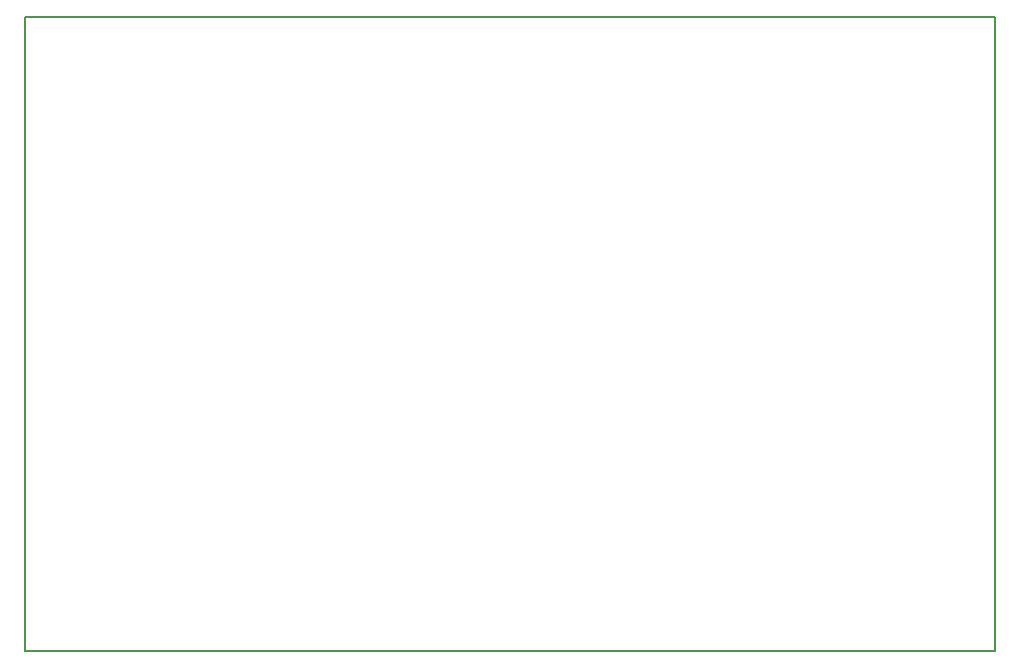
<source format=gko>
G04 #@! TF.FileFunction,Profile,NP*
%FSLAX46Y46*%
G04 Gerber Fmt 4.6, Leading zero omitted, Abs format (unit mm)*
G04 Created by KiCad (PCBNEW 4.0.0-rc1-stable) date 12.5.2016 9:55:23*
%MOMM*%
G01*
G04 APERTURE LIST*
%ADD10C,0.100000*%
%ADD11C,0.150000*%
G04 APERTURE END LIST*
D10*
D11*
X82000000Y200000D02*
X81600000Y200000D01*
X82000000Y-53500000D02*
X82000000Y200000D01*
X81600000Y-53500000D02*
X82000000Y-53500000D01*
X-100000Y-53500000D02*
X-100000Y200000D01*
X62400000Y-53500000D02*
X-100000Y-53500000D01*
X62400000Y-53500000D02*
X81600000Y-53500000D01*
X81000000Y200000D02*
X81600000Y200000D01*
X-100000Y200000D02*
X81000000Y200000D01*
M02*

</source>
